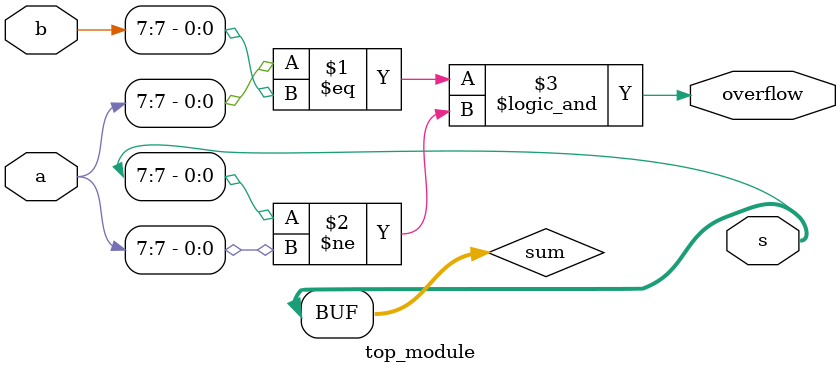
<source format=sv>
module top_module (
	input [7:0] a,
	input [7:0] b,
	output [7:0] s,
	output overflow
);

wire [7:0] sum;

assign s = sum[7:0];

assign overflow = (a[7] == b[7]) && (s[7] != a[7]);

// Adder module
// Instantiate an 8-bit adder with inputs a and b, and output sum
// assign sum = a + b;
// adder adder_inst(.a(a), .b(b), .sum(sum));
endmodule

</source>
